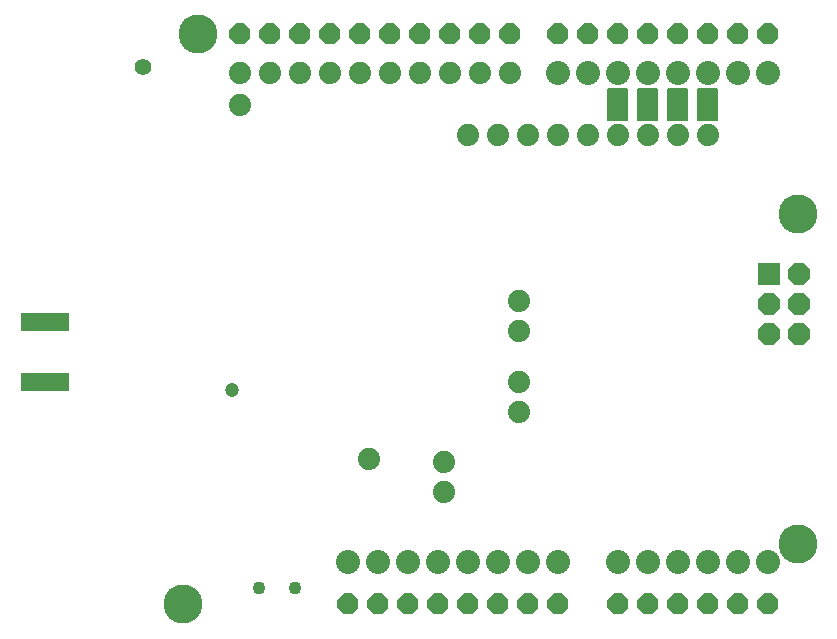
<source format=gbr>
G04 EAGLE Gerber RS-274X export*
G75*
%MOMM*%
%FSLAX34Y34*%
%LPD*%
%INSoldermask Bottom*%
%IPPOS*%
%AMOC8*
5,1,8,0,0,1.08239X$1,22.5*%
G01*
%ADD10C,3.301600*%
%ADD11C,1.879600*%
%ADD12C,1.201600*%
%ADD13C,1.401600*%
%ADD14R,4.165600X1.625600*%
%ADD15C,1.101600*%
%ADD16C,2.032000*%
%ADD17P,1.924489X8X22.500000*%
%ADD18P,2.034460X8X22.500000*%
%ADD19R,1.879600X1.879600*%
%ADD20R,1.701800X1.270000*%
%ADD21R,0.304800X0.736600*%

G36*
X515738Y434356D02*
X515738Y434356D01*
X515857Y434363D01*
X515895Y434376D01*
X515936Y434381D01*
X516046Y434424D01*
X516159Y434461D01*
X516194Y434483D01*
X516231Y434498D01*
X516327Y434568D01*
X516428Y434631D01*
X516456Y434661D01*
X516489Y434684D01*
X516565Y434776D01*
X516646Y434863D01*
X516666Y434898D01*
X516691Y434929D01*
X516742Y435037D01*
X516800Y435141D01*
X516810Y435181D01*
X516827Y435217D01*
X516849Y435334D01*
X516879Y435449D01*
X516883Y435510D01*
X516887Y435530D01*
X516885Y435550D01*
X516889Y435610D01*
X516889Y461010D01*
X516874Y461128D01*
X516867Y461247D01*
X516854Y461285D01*
X516849Y461326D01*
X516806Y461436D01*
X516769Y461549D01*
X516747Y461584D01*
X516732Y461621D01*
X516663Y461717D01*
X516599Y461818D01*
X516569Y461846D01*
X516546Y461879D01*
X516454Y461955D01*
X516367Y462036D01*
X516332Y462056D01*
X516301Y462081D01*
X516193Y462132D01*
X516089Y462190D01*
X516049Y462200D01*
X516013Y462217D01*
X515896Y462239D01*
X515781Y462269D01*
X515721Y462273D01*
X515701Y462277D01*
X515680Y462275D01*
X515620Y462279D01*
X500380Y462279D01*
X500262Y462264D01*
X500143Y462257D01*
X500105Y462244D01*
X500064Y462239D01*
X499954Y462196D01*
X499841Y462159D01*
X499806Y462137D01*
X499769Y462122D01*
X499673Y462053D01*
X499572Y461989D01*
X499544Y461959D01*
X499511Y461936D01*
X499436Y461844D01*
X499354Y461757D01*
X499334Y461722D01*
X499309Y461691D01*
X499258Y461583D01*
X499200Y461479D01*
X499190Y461439D01*
X499173Y461403D01*
X499151Y461286D01*
X499121Y461171D01*
X499117Y461111D01*
X499113Y461091D01*
X499114Y461079D01*
X499113Y461076D01*
X499114Y461063D01*
X499111Y461010D01*
X499111Y435610D01*
X499126Y435492D01*
X499133Y435373D01*
X499146Y435335D01*
X499151Y435294D01*
X499194Y435184D01*
X499231Y435071D01*
X499253Y435036D01*
X499268Y434999D01*
X499338Y434903D01*
X499401Y434802D01*
X499431Y434774D01*
X499454Y434741D01*
X499546Y434666D01*
X499633Y434584D01*
X499668Y434564D01*
X499699Y434539D01*
X499807Y434488D01*
X499911Y434430D01*
X499951Y434420D01*
X499987Y434403D01*
X500104Y434381D01*
X500219Y434351D01*
X500280Y434347D01*
X500300Y434343D01*
X500320Y434345D01*
X500380Y434341D01*
X515620Y434341D01*
X515738Y434356D01*
G37*
G36*
X541138Y434356D02*
X541138Y434356D01*
X541257Y434363D01*
X541295Y434376D01*
X541336Y434381D01*
X541446Y434424D01*
X541559Y434461D01*
X541594Y434483D01*
X541631Y434498D01*
X541727Y434568D01*
X541828Y434631D01*
X541856Y434661D01*
X541889Y434684D01*
X541965Y434776D01*
X542046Y434863D01*
X542066Y434898D01*
X542091Y434929D01*
X542142Y435037D01*
X542200Y435141D01*
X542210Y435181D01*
X542227Y435217D01*
X542249Y435334D01*
X542279Y435449D01*
X542283Y435510D01*
X542287Y435530D01*
X542285Y435550D01*
X542289Y435610D01*
X542289Y461010D01*
X542274Y461128D01*
X542267Y461247D01*
X542254Y461285D01*
X542249Y461326D01*
X542206Y461436D01*
X542169Y461549D01*
X542147Y461584D01*
X542132Y461621D01*
X542063Y461717D01*
X541999Y461818D01*
X541969Y461846D01*
X541946Y461879D01*
X541854Y461955D01*
X541767Y462036D01*
X541732Y462056D01*
X541701Y462081D01*
X541593Y462132D01*
X541489Y462190D01*
X541449Y462200D01*
X541413Y462217D01*
X541296Y462239D01*
X541181Y462269D01*
X541121Y462273D01*
X541101Y462277D01*
X541080Y462275D01*
X541020Y462279D01*
X525780Y462279D01*
X525662Y462264D01*
X525543Y462257D01*
X525505Y462244D01*
X525464Y462239D01*
X525354Y462196D01*
X525241Y462159D01*
X525206Y462137D01*
X525169Y462122D01*
X525073Y462053D01*
X524972Y461989D01*
X524944Y461959D01*
X524911Y461936D01*
X524836Y461844D01*
X524754Y461757D01*
X524734Y461722D01*
X524709Y461691D01*
X524658Y461583D01*
X524600Y461479D01*
X524590Y461439D01*
X524573Y461403D01*
X524551Y461286D01*
X524521Y461171D01*
X524517Y461111D01*
X524513Y461091D01*
X524514Y461079D01*
X524513Y461076D01*
X524514Y461063D01*
X524511Y461010D01*
X524511Y435610D01*
X524526Y435492D01*
X524533Y435373D01*
X524546Y435335D01*
X524551Y435294D01*
X524594Y435184D01*
X524631Y435071D01*
X524653Y435036D01*
X524668Y434999D01*
X524738Y434903D01*
X524801Y434802D01*
X524831Y434774D01*
X524854Y434741D01*
X524946Y434666D01*
X525033Y434584D01*
X525068Y434564D01*
X525099Y434539D01*
X525207Y434488D01*
X525311Y434430D01*
X525351Y434420D01*
X525387Y434403D01*
X525504Y434381D01*
X525619Y434351D01*
X525680Y434347D01*
X525700Y434343D01*
X525720Y434345D01*
X525780Y434341D01*
X541020Y434341D01*
X541138Y434356D01*
G37*
G36*
X566538Y434356D02*
X566538Y434356D01*
X566657Y434363D01*
X566695Y434376D01*
X566736Y434381D01*
X566846Y434424D01*
X566959Y434461D01*
X566994Y434483D01*
X567031Y434498D01*
X567127Y434568D01*
X567228Y434631D01*
X567256Y434661D01*
X567289Y434684D01*
X567365Y434776D01*
X567446Y434863D01*
X567466Y434898D01*
X567491Y434929D01*
X567542Y435037D01*
X567600Y435141D01*
X567610Y435181D01*
X567627Y435217D01*
X567649Y435334D01*
X567679Y435449D01*
X567683Y435510D01*
X567687Y435530D01*
X567685Y435550D01*
X567689Y435610D01*
X567689Y461010D01*
X567674Y461128D01*
X567667Y461247D01*
X567654Y461285D01*
X567649Y461326D01*
X567606Y461436D01*
X567569Y461549D01*
X567547Y461584D01*
X567532Y461621D01*
X567463Y461717D01*
X567399Y461818D01*
X567369Y461846D01*
X567346Y461879D01*
X567254Y461955D01*
X567167Y462036D01*
X567132Y462056D01*
X567101Y462081D01*
X566993Y462132D01*
X566889Y462190D01*
X566849Y462200D01*
X566813Y462217D01*
X566696Y462239D01*
X566581Y462269D01*
X566521Y462273D01*
X566501Y462277D01*
X566480Y462275D01*
X566420Y462279D01*
X551180Y462279D01*
X551062Y462264D01*
X550943Y462257D01*
X550905Y462244D01*
X550864Y462239D01*
X550754Y462196D01*
X550641Y462159D01*
X550606Y462137D01*
X550569Y462122D01*
X550473Y462053D01*
X550372Y461989D01*
X550344Y461959D01*
X550311Y461936D01*
X550236Y461844D01*
X550154Y461757D01*
X550134Y461722D01*
X550109Y461691D01*
X550058Y461583D01*
X550000Y461479D01*
X549990Y461439D01*
X549973Y461403D01*
X549951Y461286D01*
X549921Y461171D01*
X549917Y461111D01*
X549913Y461091D01*
X549914Y461079D01*
X549913Y461076D01*
X549914Y461063D01*
X549911Y461010D01*
X549911Y435610D01*
X549926Y435492D01*
X549933Y435373D01*
X549946Y435335D01*
X549951Y435294D01*
X549994Y435184D01*
X550031Y435071D01*
X550053Y435036D01*
X550068Y434999D01*
X550138Y434903D01*
X550201Y434802D01*
X550231Y434774D01*
X550254Y434741D01*
X550346Y434666D01*
X550433Y434584D01*
X550468Y434564D01*
X550499Y434539D01*
X550607Y434488D01*
X550711Y434430D01*
X550751Y434420D01*
X550787Y434403D01*
X550904Y434381D01*
X551019Y434351D01*
X551080Y434347D01*
X551100Y434343D01*
X551120Y434345D01*
X551180Y434341D01*
X566420Y434341D01*
X566538Y434356D01*
G37*
G36*
X591938Y434356D02*
X591938Y434356D01*
X592057Y434363D01*
X592095Y434376D01*
X592136Y434381D01*
X592246Y434424D01*
X592359Y434461D01*
X592394Y434483D01*
X592431Y434498D01*
X592527Y434568D01*
X592628Y434631D01*
X592656Y434661D01*
X592689Y434684D01*
X592765Y434776D01*
X592846Y434863D01*
X592866Y434898D01*
X592891Y434929D01*
X592942Y435037D01*
X593000Y435141D01*
X593010Y435181D01*
X593027Y435217D01*
X593049Y435334D01*
X593079Y435449D01*
X593083Y435510D01*
X593087Y435530D01*
X593085Y435550D01*
X593089Y435610D01*
X593089Y461010D01*
X593074Y461128D01*
X593067Y461247D01*
X593054Y461285D01*
X593049Y461326D01*
X593006Y461436D01*
X592969Y461549D01*
X592947Y461584D01*
X592932Y461621D01*
X592863Y461717D01*
X592799Y461818D01*
X592769Y461846D01*
X592746Y461879D01*
X592654Y461955D01*
X592567Y462036D01*
X592532Y462056D01*
X592501Y462081D01*
X592393Y462132D01*
X592289Y462190D01*
X592249Y462200D01*
X592213Y462217D01*
X592096Y462239D01*
X591981Y462269D01*
X591921Y462273D01*
X591901Y462277D01*
X591880Y462275D01*
X591820Y462279D01*
X576580Y462279D01*
X576462Y462264D01*
X576343Y462257D01*
X576305Y462244D01*
X576264Y462239D01*
X576154Y462196D01*
X576041Y462159D01*
X576006Y462137D01*
X575969Y462122D01*
X575873Y462053D01*
X575772Y461989D01*
X575744Y461959D01*
X575711Y461936D01*
X575636Y461844D01*
X575554Y461757D01*
X575534Y461722D01*
X575509Y461691D01*
X575458Y461583D01*
X575400Y461479D01*
X575390Y461439D01*
X575373Y461403D01*
X575351Y461286D01*
X575321Y461171D01*
X575317Y461111D01*
X575313Y461091D01*
X575314Y461079D01*
X575313Y461076D01*
X575314Y461063D01*
X575311Y461010D01*
X575311Y435610D01*
X575326Y435492D01*
X575333Y435373D01*
X575346Y435335D01*
X575351Y435294D01*
X575394Y435184D01*
X575431Y435071D01*
X575453Y435036D01*
X575468Y434999D01*
X575538Y434903D01*
X575601Y434802D01*
X575631Y434774D01*
X575654Y434741D01*
X575746Y434666D01*
X575833Y434584D01*
X575868Y434564D01*
X575899Y434539D01*
X576007Y434488D01*
X576111Y434430D01*
X576151Y434420D01*
X576187Y434403D01*
X576304Y434381D01*
X576419Y434351D01*
X576480Y434347D01*
X576500Y434343D01*
X576520Y434345D01*
X576580Y434341D01*
X591820Y434341D01*
X591938Y434356D01*
G37*
D10*
X152400Y508000D03*
X660400Y355600D03*
X660400Y76200D03*
X139700Y25400D03*
D11*
X297180Y148590D03*
X360680Y146050D03*
X360680Y120650D03*
D12*
X181610Y207010D03*
D13*
X106270Y480060D03*
D14*
X22860Y264160D03*
X22860Y213360D03*
D15*
X234710Y39370D03*
X204710Y39370D03*
D11*
X187960Y474980D03*
X213360Y474980D03*
X238760Y474980D03*
X264160Y474980D03*
X289560Y474980D03*
X314960Y474980D03*
X340360Y474980D03*
X365760Y474980D03*
X391160Y474980D03*
X416560Y474980D03*
D16*
X457200Y474980D03*
X482600Y474980D03*
X508000Y474980D03*
X533400Y474980D03*
X558800Y474980D03*
X584200Y474980D03*
X609600Y474980D03*
X635000Y474980D03*
X457200Y60960D03*
X431800Y60960D03*
X406400Y60960D03*
X381000Y60960D03*
X355600Y60960D03*
X330200Y60960D03*
X304800Y60960D03*
X279400Y60960D03*
X635000Y60960D03*
X609600Y60960D03*
X584200Y60960D03*
X558800Y60960D03*
X533400Y60960D03*
X508000Y60960D03*
D17*
X533400Y508000D03*
X508000Y25400D03*
X558800Y508000D03*
X584200Y508000D03*
X609600Y508000D03*
X635000Y508000D03*
X508000Y508000D03*
X482600Y508000D03*
X457200Y508000D03*
X416560Y508000D03*
X391160Y508000D03*
X365760Y508000D03*
X340360Y508000D03*
X314960Y508000D03*
X289560Y508000D03*
X264160Y508000D03*
X238760Y508000D03*
X533400Y25400D03*
X558800Y25400D03*
X584200Y25400D03*
X609600Y25400D03*
X635000Y25400D03*
X457200Y25400D03*
X431800Y25400D03*
X406400Y25400D03*
X381000Y25400D03*
X355600Y25400D03*
X330200Y25400D03*
X213360Y508000D03*
X187960Y508000D03*
X304800Y25400D03*
X279400Y25400D03*
D18*
X661670Y279400D03*
X636270Y279400D03*
D19*
X636270Y304800D03*
D18*
X661670Y304800D03*
X661670Y254000D03*
X636270Y254000D03*
D20*
X584200Y455930D03*
X584200Y440690D03*
D21*
X584200Y448310D03*
D20*
X558800Y455930D03*
X558800Y440690D03*
D21*
X558800Y448310D03*
D20*
X533400Y455930D03*
X533400Y440690D03*
D21*
X533400Y448310D03*
D20*
X508000Y455930D03*
X508000Y440690D03*
D21*
X508000Y448310D03*
D11*
X424180Y256540D03*
X424180Y281940D03*
X424180Y187960D03*
X424180Y213360D03*
X584200Y422910D03*
X558800Y422910D03*
X533400Y422910D03*
X508000Y422910D03*
X482600Y422910D03*
X457200Y422910D03*
X431800Y422910D03*
X406400Y422910D03*
X187960Y448310D03*
X381000Y422910D03*
M02*

</source>
